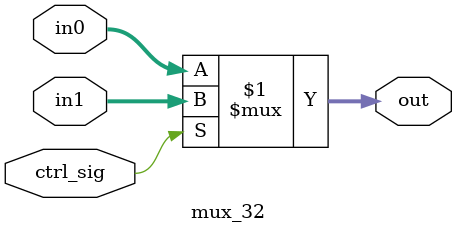
<source format=v>
`timescale 1ns / 1ps


module mux_32(
	input [31:0] in0,
	input [31:0] in1,
	input ctrl_sig,
	output [31:0] out
	);

	assign out = ctrl_sig ? in1 : in0;

endmodule

</source>
